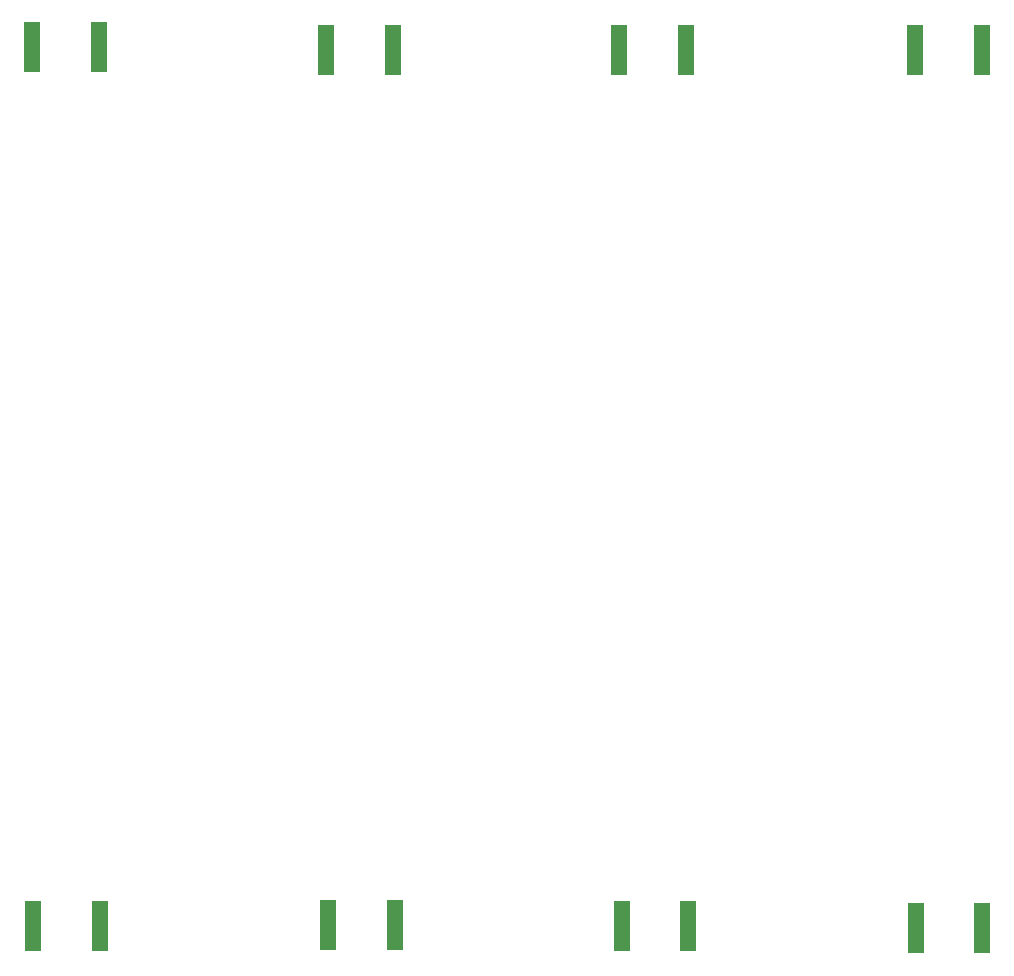
<source format=gbr>
%TF.GenerationSoftware,KiCad,Pcbnew,(5.1.8)-1*%
%TF.CreationDate,2020-12-04T16:42:46+03:00*%
%TF.ProjectId,Antenna,416e7465-6e6e-4612-9e6b-696361645f70,rev?*%
%TF.SameCoordinates,Original*%
%TF.FileFunction,Soldermask,Bot*%
%TF.FilePolarity,Negative*%
%FSLAX46Y46*%
G04 Gerber Fmt 4.6, Leading zero omitted, Abs format (unit mm)*
G04 Created by KiCad (PCBNEW (5.1.8)-1) date 2020-12-04 16:42:46*
%MOMM*%
%LPD*%
G01*
G04 APERTURE LIST*
%ADD10R,1.350000X4.200000*%
G04 APERTURE END LIST*
D10*
%TO.C,J101*%
X146081000Y-42227500D03*
X140431000Y-42227500D03*
%TD*%
%TO.C,J101*%
X220820500Y-42418000D03*
X215170500Y-42418000D03*
%TD*%
%TO.C,J101*%
X170973000Y-42418000D03*
X165323000Y-42418000D03*
%TD*%
%TO.C,J101*%
X190151500Y-42481500D03*
X195801500Y-42481500D03*
%TD*%
%TO.C,J101*%
X220884000Y-116776500D03*
X215234000Y-116776500D03*
%TD*%
%TO.C,J101*%
X195992000Y-116586000D03*
X190342000Y-116586000D03*
%TD*%
%TO.C,J101*%
X165513500Y-116522500D03*
X171163500Y-116522500D03*
%TD*%
%TO.C,J101*%
X146144500Y-116586000D03*
X140494500Y-116586000D03*
%TD*%
M02*

</source>
